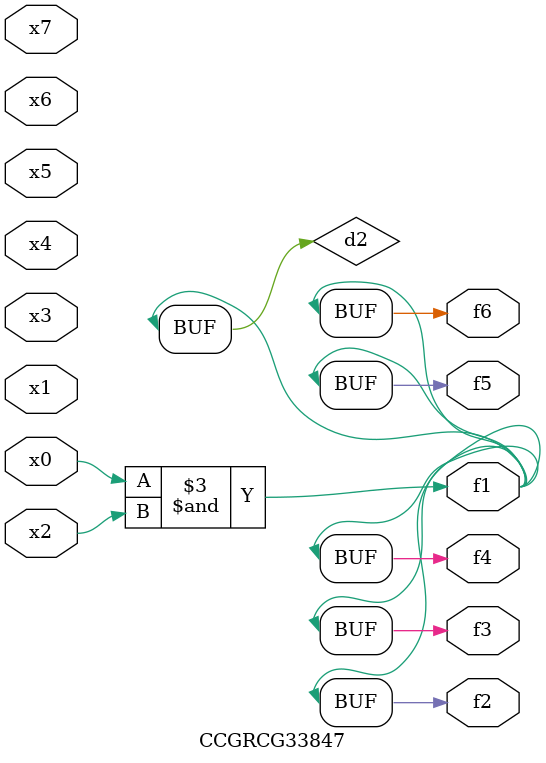
<source format=v>
module CCGRCG33847(
	input x0, x1, x2, x3, x4, x5, x6, x7,
	output f1, f2, f3, f4, f5, f6
);

	wire d1, d2;

	nor (d1, x3, x6);
	and (d2, x0, x2);
	assign f1 = d2;
	assign f2 = d2;
	assign f3 = d2;
	assign f4 = d2;
	assign f5 = d2;
	assign f6 = d2;
endmodule

</source>
